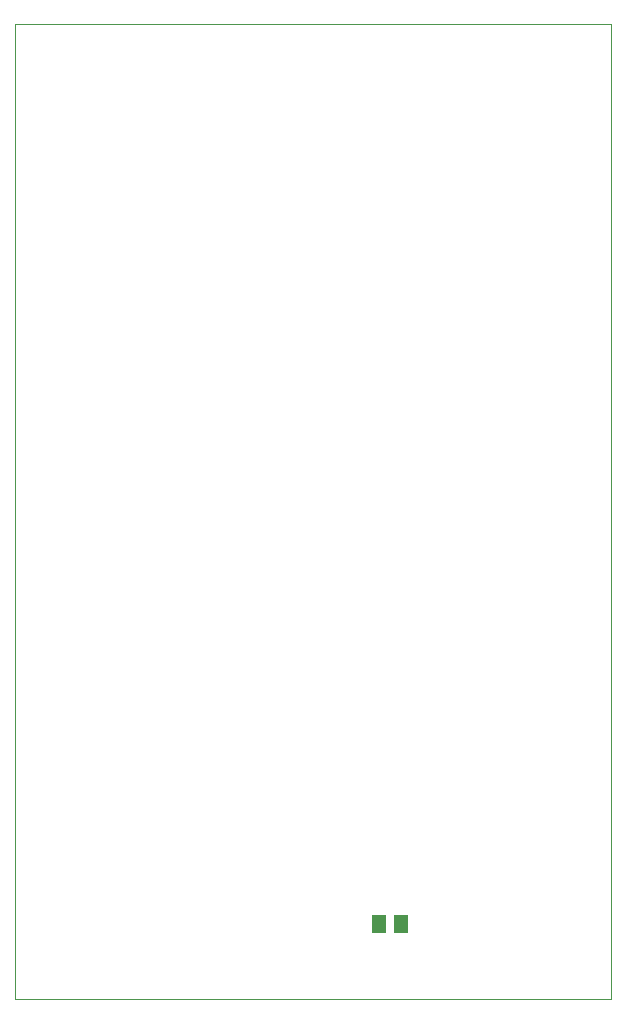
<source format=gtp>
G75*
%MOIN*%
%OFA0B0*%
%FSLAX25Y25*%
%IPPOS*%
%LPD*%
%AMOC8*
5,1,8,0,0,1.08239X$1,22.5*
%
%ADD10C,0.00000*%
%ADD11R,0.05118X0.05906*%
D10*
X0003000Y0001000D02*
X0003000Y0325961D01*
X0201701Y0325961D01*
X0201701Y0001000D01*
X0003000Y0001000D01*
D11*
X0124260Y0026000D03*
X0131740Y0026000D03*
M02*

</source>
